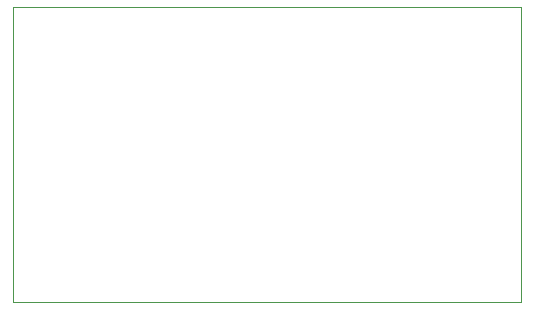
<source format=gm1>
%TF.GenerationSoftware,KiCad,Pcbnew,6.0.5-a6ca702e91~116~ubuntu21.10.1*%
%TF.CreationDate,2022-05-27T18:53:50+10:00*%
%TF.ProjectId,FlarmDisplay,466c6172-6d44-4697-9370-6c61792e6b69,rev?*%
%TF.SameCoordinates,Original*%
%TF.FileFunction,Profile,NP*%
%FSLAX46Y46*%
G04 Gerber Fmt 4.6, Leading zero omitted, Abs format (unit mm)*
G04 Created by KiCad (PCBNEW 6.0.5-a6ca702e91~116~ubuntu21.10.1) date 2022-05-27 18:53:50*
%MOMM*%
%LPD*%
G01*
G04 APERTURE LIST*
%TA.AperFunction,Profile*%
%ADD10C,0.050000*%
%TD*%
G04 APERTURE END LIST*
D10*
X79883000Y-135000000D02*
X79883000Y-110000000D01*
X122883000Y-135000000D02*
X79883000Y-135000000D01*
X122883000Y-110000000D02*
X122883000Y-135000000D01*
X79883000Y-110000000D02*
X122883000Y-110000000D01*
M02*

</source>
